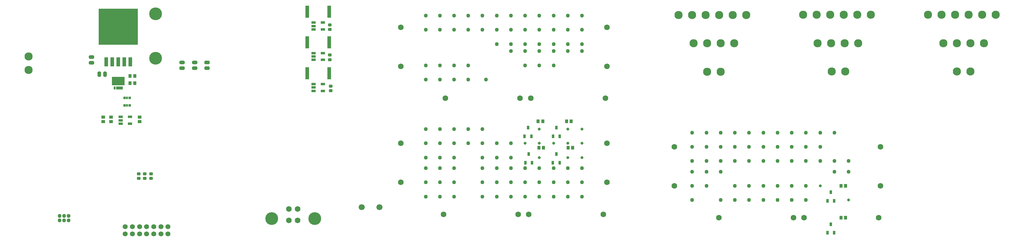
<source format=gbs>
G04*
G04 #@! TF.GenerationSoftware,Altium Limited,Altium Designer,20.1.8 (145)*
G04*
G04 Layer_Color=16711935*
%FSLAX43Y43*%
%MOMM*%
G71*
G04*
G04 #@! TF.SameCoordinates,5712E5C3-EFE7-4622-A9FF-169796C5DE8E*
G04*
G04*
G04 #@! TF.FilePolarity,Negative*
G04*
G01*
G75*
%ADD18R,1.200X0.700*%
G04:AMPARAMS|DCode=20|XSize=1mm|YSize=0.9mm|CornerRadius=0.25mm|HoleSize=0mm|Usage=FLASHONLY|Rotation=180.000|XOffset=0mm|YOffset=0mm|HoleType=Round|Shape=RoundedRectangle|*
%AMROUNDEDRECTD20*
21,1,1.000,0.400,0,0,180.0*
21,1,0.500,0.900,0,0,180.0*
1,1,0.500,-0.250,0.200*
1,1,0.500,0.250,0.200*
1,1,0.500,0.250,-0.200*
1,1,0.500,-0.250,-0.200*
%
%ADD20ROUNDEDRECTD20*%
%ADD29R,0.700X1.000*%
%ADD30R,1.000X0.900*%
%ADD34R,0.900X1.000*%
%ADD38C,3.600*%
%ADD39C,2.300*%
%ADD40C,1.600*%
%ADD41C,1.700*%
%ADD42C,1.100*%
%ADD43C,1.400*%
%ADD44C,0.800*%
%ADD90R,0.700X0.750*%
%ADD91R,0.500X0.750*%
%ADD92R,3.600X2.380*%
%ADD93R,0.620X0.900*%
%ADD94R,1.890X0.900*%
%ADD95R,11.000X10.200*%
%ADD96R,1.100X2.600*%
G04:AMPARAMS|DCode=97|XSize=1.45mm|YSize=1mm|CornerRadius=0.275mm|HoleSize=0mm|Usage=FLASHONLY|Rotation=0.000|XOffset=0mm|YOffset=0mm|HoleType=Round|Shape=RoundedRectangle|*
%AMROUNDEDRECTD97*
21,1,1.450,0.450,0,0,0.0*
21,1,0.900,1.000,0,0,0.0*
1,1,0.550,0.450,-0.225*
1,1,0.550,-0.450,-0.225*
1,1,0.550,-0.450,0.225*
1,1,0.550,0.450,0.225*
%
%ADD97ROUNDEDRECTD97*%
G04:AMPARAMS|DCode=98|XSize=1.45mm|YSize=1mm|CornerRadius=0.275mm|HoleSize=0mm|Usage=FLASHONLY|Rotation=90.000|XOffset=0mm|YOffset=0mm|HoleType=Round|Shape=RoundedRectangle|*
%AMROUNDEDRECTD98*
21,1,1.450,0.450,0,0,90.0*
21,1,0.900,1.000,0,0,90.0*
1,1,0.550,0.225,0.450*
1,1,0.550,0.225,-0.450*
1,1,0.550,-0.225,-0.450*
1,1,0.550,-0.225,0.450*
%
%ADD98ROUNDEDRECTD98*%
%ADD99R,1.100X3.400*%
D18*
X68800Y63450D02*
D03*
X66200D02*
D03*
Y61550D02*
D03*
Y62500D02*
D03*
X68800Y61550D02*
D03*
X120450Y70800D02*
D03*
Y72700D02*
D03*
X123050D02*
D03*
X120450Y71750D02*
D03*
X123050Y70800D02*
D03*
X120450Y79549D02*
D03*
Y81449D02*
D03*
X123050D02*
D03*
X120450Y80499D02*
D03*
X123050Y79549D02*
D03*
X120450Y90025D02*
D03*
X123050D02*
D03*
Y88125D02*
D03*
X120450Y89075D02*
D03*
Y88125D02*
D03*
D20*
X125250Y72150D02*
D03*
Y70850D02*
D03*
X125000Y80900D02*
D03*
Y79600D02*
D03*
Y89400D02*
D03*
Y88100D02*
D03*
X73000Y46100D02*
D03*
Y47400D02*
D03*
X74750Y46100D02*
D03*
Y47400D02*
D03*
X71250Y46100D02*
D03*
Y47400D02*
D03*
D29*
X265050Y30800D02*
D03*
X266000Y33200D02*
D03*
X266950Y30800D02*
D03*
X265050Y39800D02*
D03*
X266000Y42200D02*
D03*
X266950Y39800D02*
D03*
X180050Y50550D02*
D03*
X181000Y52950D02*
D03*
X181950Y50550D02*
D03*
X187800Y50550D02*
D03*
X188750Y52950D02*
D03*
X189700Y50550D02*
D03*
X188800Y60400D02*
D03*
X187850Y58000D02*
D03*
X189750D02*
D03*
X180800Y60400D02*
D03*
X179850Y58000D02*
D03*
X181750D02*
D03*
D30*
X71500Y63400D02*
D03*
Y62100D02*
D03*
X63500Y63400D02*
D03*
Y62100D02*
D03*
X61250Y63400D02*
D03*
Y62100D02*
D03*
D34*
X68850Y75000D02*
D03*
X70150D02*
D03*
Y73000D02*
D03*
X68850D02*
D03*
X270150Y35000D02*
D03*
X268850D02*
D03*
X270150Y44000D02*
D03*
X268850D02*
D03*
X185150Y54750D02*
D03*
X183850D02*
D03*
X193400Y54750D02*
D03*
X192100D02*
D03*
X191650Y62200D02*
D03*
X192950D02*
D03*
X183650Y62200D02*
D03*
X184950D02*
D03*
D38*
X76000Y92500D02*
D03*
Y80000D02*
D03*
X108730Y34750D02*
D03*
X120770D02*
D03*
D39*
X40250Y80500D02*
D03*
Y76690D02*
D03*
X262060Y92250D02*
D03*
X258250D02*
D03*
X265870D02*
D03*
X269680D02*
D03*
X273490D02*
D03*
X277300D02*
D03*
X312370Y92250D02*
D03*
X308560D02*
D03*
X304750D02*
D03*
X300940D02*
D03*
X293320D02*
D03*
X297130D02*
D03*
X297630Y84250D02*
D03*
X305250D02*
D03*
X309060D02*
D03*
X301440D02*
D03*
X301440Y76250D02*
D03*
X305250D02*
D03*
X262250Y84250D02*
D03*
X269870D02*
D03*
X273680D02*
D03*
X266060D02*
D03*
X266250Y76250D02*
D03*
X270060D02*
D03*
X231240Y76200D02*
D03*
X235050D02*
D03*
X238860Y84200D02*
D03*
X235050D02*
D03*
X231240D02*
D03*
X227430D02*
D03*
X223120Y92200D02*
D03*
X226930D02*
D03*
X230740D02*
D03*
X234550D02*
D03*
X238360D02*
D03*
X242170D02*
D03*
D40*
X145050Y88700D02*
D03*
X203050D02*
D03*
X255500Y35000D02*
D03*
X234500D02*
D03*
X279500Y35000D02*
D03*
X258500D02*
D03*
X280000Y55000D02*
D03*
X222000D02*
D03*
X280000Y44000D02*
D03*
X222000D02*
D03*
X178000Y36000D02*
D03*
X157000D02*
D03*
X202000Y36000D02*
D03*
X181000D02*
D03*
X203000Y56000D02*
D03*
X145000D02*
D03*
X203000Y45000D02*
D03*
X145000D02*
D03*
X181550Y68700D02*
D03*
X202550D02*
D03*
X157550D02*
D03*
X178550D02*
D03*
X203050Y77700D02*
D03*
X145050D02*
D03*
X116000Y37450D02*
D03*
Y34250D02*
D03*
X113500D02*
D03*
Y37450D02*
D03*
D41*
X139000Y38000D02*
D03*
X134000D02*
D03*
D42*
X48980Y35520D02*
D03*
Y34250D02*
D03*
X51520D02*
D03*
X50250D02*
D03*
X51520Y35520D02*
D03*
X50250D02*
D03*
X152000Y41000D02*
D03*
Y52000D02*
D03*
Y56000D02*
D03*
Y60000D02*
D03*
Y74000D02*
D03*
Y78000D02*
D03*
Y88000D02*
D03*
Y92000D02*
D03*
X156000Y41000D02*
D03*
Y52000D02*
D03*
Y56000D02*
D03*
Y60000D02*
D03*
Y74000D02*
D03*
Y78000D02*
D03*
Y88000D02*
D03*
Y92000D02*
D03*
X160000Y41000D02*
D03*
Y52000D02*
D03*
Y56000D02*
D03*
Y60000D02*
D03*
Y74000D02*
D03*
Y78000D02*
D03*
Y88000D02*
D03*
Y92000D02*
D03*
X164000Y56000D02*
D03*
Y60000D02*
D03*
Y74000D02*
D03*
Y78000D02*
D03*
Y88000D02*
D03*
Y92000D02*
D03*
X168000Y41000D02*
D03*
Y52000D02*
D03*
Y56000D02*
D03*
Y60000D02*
D03*
Y88000D02*
D03*
Y92000D02*
D03*
X172000Y41000D02*
D03*
Y52000D02*
D03*
X172000Y56000D02*
D03*
X172000Y84000D02*
D03*
X172000Y88000D02*
D03*
Y92000D02*
D03*
X176000Y41000D02*
D03*
Y52000D02*
D03*
Y56000D02*
D03*
Y82000D02*
D03*
Y84000D02*
D03*
Y88000D02*
D03*
Y92000D02*
D03*
X180000Y41000D02*
D03*
Y78000D02*
D03*
Y82000D02*
D03*
Y84000D02*
D03*
Y88000D02*
D03*
Y92000D02*
D03*
X184000Y41000D02*
D03*
X184000Y78000D02*
D03*
Y82000D02*
D03*
X184000Y84000D02*
D03*
X184000Y88000D02*
D03*
Y92000D02*
D03*
X188000Y41000D02*
D03*
Y78000D02*
D03*
Y82000D02*
D03*
Y84000D02*
D03*
Y88000D02*
D03*
Y92000D02*
D03*
X192000Y41000D02*
D03*
Y82000D02*
D03*
Y84000D02*
D03*
Y88000D02*
D03*
Y92000D02*
D03*
X196000Y41000D02*
D03*
X196000Y82000D02*
D03*
X196000Y84000D02*
D03*
X196000Y88000D02*
D03*
Y92000D02*
D03*
X152000Y49000D02*
D03*
Y45000D02*
D03*
X156000Y49000D02*
D03*
Y45000D02*
D03*
X160000Y49000D02*
D03*
Y45000D02*
D03*
X168000D02*
D03*
Y49000D02*
D03*
X172000Y45000D02*
D03*
Y49000D02*
D03*
X176000Y45000D02*
D03*
Y49000D02*
D03*
X180000Y45000D02*
D03*
Y49000D02*
D03*
X184000Y45000D02*
D03*
Y49000D02*
D03*
X188000Y45000D02*
D03*
Y49000D02*
D03*
X192000Y45000D02*
D03*
Y49000D02*
D03*
X196000Y45000D02*
D03*
Y49000D02*
D03*
X169000Y74000D02*
D03*
X227000Y40000D02*
D03*
X235000D02*
D03*
X239000D02*
D03*
X243000D02*
D03*
X227000Y48000D02*
D03*
Y44000D02*
D03*
X231000Y48000D02*
D03*
Y44000D02*
D03*
X235000Y48000D02*
D03*
X247000Y44000D02*
D03*
X243000D02*
D03*
X239000D02*
D03*
X259000D02*
D03*
X255000D02*
D03*
X251000D02*
D03*
X271000Y48000D02*
D03*
X267000D02*
D03*
X247000Y40000D02*
D03*
X251000D02*
D03*
X255000D02*
D03*
X259000D02*
D03*
X227000Y51000D02*
D03*
X231000D02*
D03*
X235000D02*
D03*
X239000D02*
D03*
X243000D02*
D03*
X227000Y59000D02*
D03*
Y55000D02*
D03*
X231000Y59000D02*
D03*
Y55000D02*
D03*
X235000Y59000D02*
D03*
Y55000D02*
D03*
X247000D02*
D03*
Y59000D02*
D03*
X243000Y55000D02*
D03*
Y59000D02*
D03*
X239000Y55000D02*
D03*
Y59000D02*
D03*
X259000Y55000D02*
D03*
Y59000D02*
D03*
X255000Y55000D02*
D03*
Y59000D02*
D03*
X251000Y55000D02*
D03*
Y59000D02*
D03*
X267000D02*
D03*
X263000Y55000D02*
D03*
Y59000D02*
D03*
X247000Y51000D02*
D03*
X251000D02*
D03*
X255000D02*
D03*
X259000D02*
D03*
X263000D02*
D03*
X267000D02*
D03*
X271000D02*
D03*
D43*
X75500Y30500D02*
D03*
X77500Y32500D02*
D03*
Y30500D02*
D03*
X79500Y32500D02*
D03*
Y30500D02*
D03*
X67500Y32500D02*
D03*
Y30500D02*
D03*
X69500Y32500D02*
D03*
Y30500D02*
D03*
X71500Y32500D02*
D03*
Y30500D02*
D03*
X73500Y32500D02*
D03*
Y30500D02*
D03*
X75500Y32500D02*
D03*
D44*
X180000Y56000D02*
D03*
X184000Y52000D02*
D03*
Y56000D02*
D03*
Y60000D02*
D03*
X188000Y56000D02*
D03*
X192000Y52000D02*
D03*
Y56000D02*
D03*
Y60000D02*
D03*
X196000Y52000D02*
D03*
Y56000D02*
D03*
Y60000D02*
D03*
X263000Y44000D02*
D03*
X271000Y40000D02*
D03*
D90*
X67250Y68800D02*
D03*
X68750D02*
D03*
X67250Y66700D02*
D03*
X68750D02*
D03*
D91*
X68000Y68800D02*
D03*
Y66700D02*
D03*
D92*
X65500Y73535D02*
D03*
D93*
X64490Y71575D02*
D03*
D94*
X65855D02*
D03*
D95*
X65500Y88900D02*
D03*
D96*
X62100Y79000D02*
D03*
X63800D02*
D03*
X65500D02*
D03*
X67200D02*
D03*
X68900D02*
D03*
D97*
X83500Y78800D02*
D03*
Y77200D02*
D03*
X87000Y78800D02*
D03*
Y77200D02*
D03*
X90500Y78800D02*
D03*
Y77200D02*
D03*
X58000Y78700D02*
D03*
Y80300D02*
D03*
D98*
X60200Y75500D02*
D03*
X61800D02*
D03*
D99*
X124850Y75750D02*
D03*
X118650D02*
D03*
X124850Y84499D02*
D03*
X118650D02*
D03*
X118650Y93075D02*
D03*
X124850D02*
D03*
M02*

</source>
